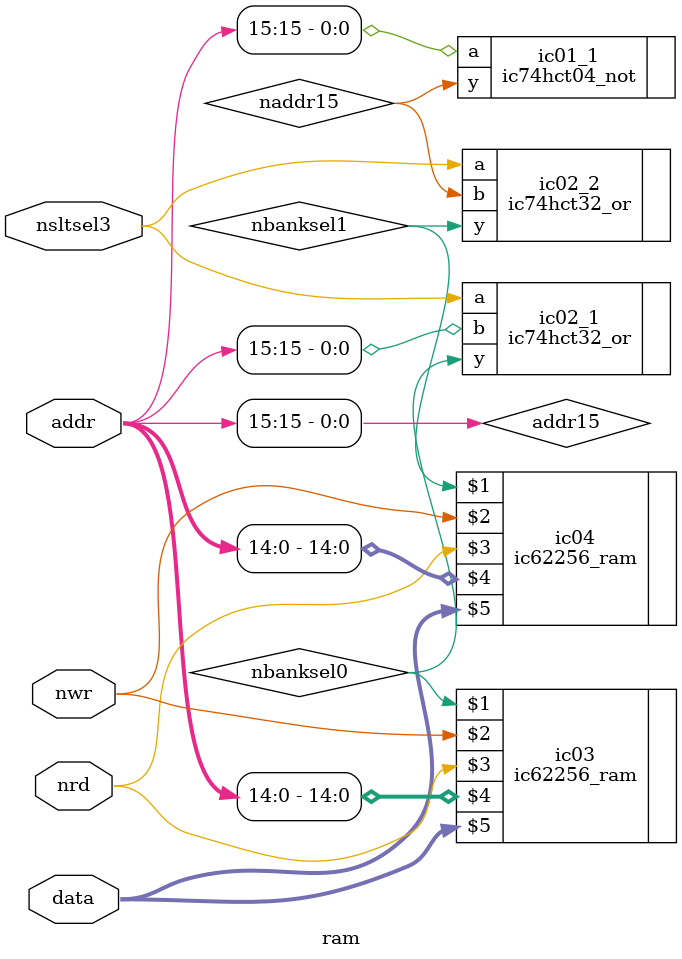
<source format=v>
`include "74xx/7404.v"
`include "74xx/7432.v"
`include "mem/62256.v"

`timescale 1ns/1ps

module ram(input wire nsltsel3, nrd, nwr, input wire [15:0] addr, inout wire [7:00] data);
    wire addr15 = addr[15];
    wire naddr15;
    wire nbanksel0, nbanksel1;    

    ic74hct04_not   ic01_1(.a(addr15), .y(naddr15));
    ic74hct32_or    ic02_1(.a(nsltsel3), .b(addr15), .y(nbanksel0));
    ic74hct32_or    ic02_2(.a(nsltsel3), .b(naddr15), .y(nbanksel1));

    ic62256_ram ic03(nbanksel0, nwr, nrd, addr[14:0], data);
    ic62256_ram ic04(nbanksel1, nwr, nrd, addr[14:0], data);
endmodule
</source>
